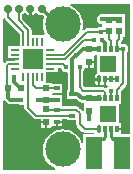
<source format=gtl>
G04*
G04 #@! TF.GenerationSoftware,Altium Limited,Altium Designer,20.1.12 (249)*
G04*
G04 Layer_Physical_Order=1*
G04 Layer_Color=1930808*
%FSLAX44Y44*%
%MOMM*%
G71*
G04*
G04 #@! TF.SameCoordinates,15848DA5-C093-47F5-B49A-54F1C2627FDF*
G04*
G04*
G04 #@! TF.FilePolarity,Positive*
G04*
G01*
G75*
%ADD11C,0.2000*%
%ADD27R,0.5080X0.3560*%
%ADD28R,0.6000X0.5000*%
%ADD29R,0.5000X0.6000*%
%ADD30R,0.6000X0.5000*%
%ADD31R,1.8000X1.8000*%
%ADD32R,0.2000X0.8000*%
%ADD33R,0.8000X0.2000*%
%ADD34R,1.4000X2.8000*%
%ADD35R,1.4600X1.4600*%
G04:AMPARAMS|DCode=36|XSize=0.6mm|YSize=0.3mm|CornerRadius=0.075mm|HoleSize=0mm|Usage=FLASHONLY|Rotation=90.000|XOffset=0mm|YOffset=0mm|HoleType=Round|Shape=RoundedRectangle|*
%AMROUNDEDRECTD36*
21,1,0.6000,0.1500,0,0,90.0*
21,1,0.4500,0.3000,0,0,90.0*
1,1,0.1500,0.0750,0.2250*
1,1,0.1500,0.0750,-0.2250*
1,1,0.1500,-0.0750,-0.2250*
1,1,0.1500,-0.0750,0.2250*
%
%ADD36ROUNDEDRECTD36*%
%ADD37R,0.3000X0.6000*%
%ADD38C,0.3000*%
%ADD39C,0.4000*%
%ADD40C,0.2500*%
%ADD41C,0.7000*%
%ADD42C,3.0000*%
%ADD43C,0.4500*%
G36*
X26500Y133091D02*
X26726Y133129D01*
X27319Y133300D01*
X27890Y133537D01*
X28431Y133836D01*
X28935Y134193D01*
X29395Y134605D01*
X29586Y134818D01*
X30375Y134962D01*
X31164Y134818D01*
X31355Y134605D01*
X31815Y134193D01*
X32319Y133836D01*
X32860Y133537D01*
X33431Y133300D01*
X34024Y133129D01*
X34633Y133026D01*
X35250Y132991D01*
X35847Y133025D01*
X37170Y131702D01*
X36893Y130967D01*
X36570Y129902D01*
X36318Y128818D01*
X36136Y127720D01*
X36027Y126612D01*
X35991Y125500D01*
X36027Y124388D01*
X36136Y123280D01*
X36318Y122182D01*
X36570Y121098D01*
X36893Y120033D01*
X37285Y118991D01*
X37745Y117977D01*
X36983Y116750D01*
X26509D01*
Y121000D01*
X26472Y121471D01*
X26362Y121930D01*
X26181Y122366D01*
X25935Y122769D01*
X25628Y123128D01*
X18759Y129996D01*
Y133891D01*
X19185Y134193D01*
X19645Y134605D01*
X19836Y134818D01*
X20625Y134962D01*
X21414Y134818D01*
X21605Y134605D01*
X22065Y134193D01*
X22569Y133836D01*
X23110Y133537D01*
X23681Y133300D01*
X24274Y133129D01*
X24500Y133091D01*
Y138500D01*
X26500D01*
Y133091D01*
D02*
G37*
G36*
X3819Y130384D02*
X4065Y129981D01*
X4372Y129622D01*
X16491Y117503D01*
Y110750D01*
X16500Y110632D01*
Y106750D01*
X6500D01*
Y96749D01*
X12500D01*
Y94760D01*
X7000D01*
X7000Y94760D01*
X6882Y94750D01*
X6500D01*
Y94715D01*
X6070Y94612D01*
X5634Y94431D01*
X5231Y94185D01*
X4872Y93878D01*
X3758Y92764D01*
X2508Y93281D01*
Y130282D01*
X3744Y130564D01*
X3819Y130384D01*
D02*
G37*
G36*
X81950Y83541D02*
X81748Y83457D01*
X81379Y83231D01*
X81049Y82950D01*
X80768Y82621D01*
X80542Y82252D01*
X80377Y81852D01*
X80275Y81431D01*
X80241Y80999D01*
Y79749D01*
X83750D01*
Y78749D01*
X84750D01*
Y73744D01*
X85250Y73749D01*
X85250Y73749D01*
X87750D01*
Y78749D01*
X89750D01*
Y73749D01*
X90584D01*
X90947Y73040D01*
X91010Y72499D01*
X90738Y72262D01*
X90516Y72008D01*
X90177Y71820D01*
X89114Y71696D01*
X88865Y71779D01*
X88616Y71931D01*
X88180Y72112D01*
X87721Y72222D01*
X87250Y72259D01*
X71497D01*
X70259Y73496D01*
Y85986D01*
X70262Y85988D01*
X70629Y86407D01*
X70939Y86870D01*
X71185Y87370D01*
X71364Y87898D01*
X71473Y88444D01*
X71493Y88750D01*
X74251D01*
Y93750D01*
X75251D01*
Y94749D01*
X79750D01*
Y98706D01*
X79851Y98915D01*
X80355Y99749D01*
X81950D01*
Y83541D01*
D02*
G37*
G36*
X51768Y88550D02*
X51775Y88444D01*
X51883Y87898D01*
X52063Y87370D01*
X52309Y86870D01*
X52618Y86407D01*
X52986Y85988D01*
X53405Y85621D01*
X53868Y85311D01*
X54367Y85065D01*
X54895Y84886D01*
X55441Y84777D01*
X55997Y84741D01*
X56190Y84754D01*
X57055Y84181D01*
X57440Y83724D01*
Y70216D01*
X56407D01*
Y62656D01*
X64134D01*
X66521Y60270D01*
X66866Y59967D01*
X67247Y59712D01*
X67659Y59509D01*
X68093Y59362D01*
X68543Y59272D01*
X69001Y59242D01*
X70731D01*
X70750Y57992D01*
X70749Y57750D01*
X70750Y56508D01*
Y52738D01*
X69993Y52326D01*
X69500Y52255D01*
X66628Y55128D01*
X66269Y55435D01*
X65866Y55681D01*
X65430Y55862D01*
X64971Y55972D01*
X64500Y56009D01*
X53548D01*
X52618Y56780D01*
Y57657D01*
X52618D01*
X52618Y58030D01*
Y65216D01*
X44925D01*
X44000Y66000D01*
Y66407D01*
X44978Y67657D01*
X52618D01*
Y75216D01*
X44000D01*
Y76000D01*
X38500D01*
Y84750D01*
X48500D01*
Y88741D01*
X51577D01*
X51768Y88550D01*
D02*
G37*
G36*
X109992Y32250D02*
X102250D01*
Y35750D01*
X98750D01*
Y37750D01*
X102250D01*
Y41750D01*
X100550D01*
Y57750D01*
X102250D01*
Y67750D01*
X102250D01*
X102006Y69000D01*
X106378Y73372D01*
X106685Y73731D01*
X106931Y74134D01*
X107112Y74570D01*
X107222Y75029D01*
X107259Y75500D01*
Y101736D01*
X107262Y101738D01*
X107629Y102157D01*
X107938Y102620D01*
X108185Y103120D01*
X108364Y103648D01*
X108473Y104194D01*
X108509Y104750D01*
X108473Y105306D01*
X108364Y105852D01*
X108185Y106380D01*
X107938Y106880D01*
X107629Y107343D01*
X107262Y107762D01*
X106843Y108129D01*
X106379Y108439D01*
X105880Y108685D01*
X105352Y108864D01*
X104806Y108973D01*
X104250Y109009D01*
X103694Y108973D01*
X103500Y108934D01*
X102484Y109518D01*
X102250Y109749D01*
X102607Y110851D01*
X102878Y111122D01*
X103184Y111481D01*
X103431Y111884D01*
X103612Y112320D01*
X103722Y112779D01*
X103759Y113250D01*
Y115000D01*
X105500D01*
Y123750D01*
X105500Y124000D01*
Y125000D01*
X105500Y125250D01*
Y134000D01*
X87000D01*
X87000Y134000D01*
X85806Y133944D01*
X85250Y133908D01*
X84704Y133799D01*
X84176Y133620D01*
X83677Y133374D01*
X83213Y133064D01*
X82794Y132697D01*
X82427Y132278D01*
X82118Y131815D01*
X81871Y131315D01*
X81692Y130788D01*
X81583Y130241D01*
X81547Y129685D01*
X81583Y129129D01*
X81692Y128583D01*
X81871Y128055D01*
X82118Y127556D01*
X82427Y127093D01*
X82794Y126674D01*
X83213Y126306D01*
X83677Y125997D01*
X84176Y125750D01*
X84704Y125571D01*
X85250Y125463D01*
X85806Y125426D01*
X86564Y125155D01*
X86570Y124325D01*
X85804Y123719D01*
X85445Y123530D01*
X85000Y123559D01*
X84444Y123523D01*
X83898Y123414D01*
X83370Y123235D01*
X82871Y122989D01*
X82407Y122679D01*
X81988Y122312D01*
X81986Y122309D01*
X73692D01*
X73221Y122272D01*
X72762Y122162D01*
X72325Y121981D01*
X71923Y121735D01*
X71564Y121428D01*
X70519Y120383D01*
X69413Y121046D01*
X69429Y121098D01*
X69682Y122182D01*
X69863Y123280D01*
X69973Y124388D01*
X70009Y125500D01*
X69973Y126612D01*
X69863Y127720D01*
X69682Y128818D01*
X69429Y129902D01*
X69106Y130967D01*
X68714Y132009D01*
X68255Y133023D01*
X67730Y134005D01*
X67142Y134950D01*
X66494Y135855D01*
X65788Y136715D01*
X65027Y137527D01*
X64215Y138288D01*
X63354Y138994D01*
X62450Y139643D01*
X61504Y140230D01*
X60523Y140755D01*
X59509Y141214D01*
X59435Y141242D01*
X59662Y142492D01*
X109992D01*
Y32250D01*
D02*
G37*
G36*
X3758Y61319D02*
X4020Y61020D01*
X6020Y59020D01*
X6365Y58717D01*
X6746Y58462D01*
X7158Y58260D01*
X7592Y58112D01*
X8042Y58022D01*
X8500Y57993D01*
X15600D01*
X15870Y57811D01*
X16370Y57565D01*
X16898Y57386D01*
X17444Y57277D01*
X18000Y57241D01*
X18556Y57277D01*
X19102Y57386D01*
X19241Y57433D01*
X20181Y56945D01*
X20491Y56596D01*
Y55000D01*
X20528Y54529D01*
X20638Y54070D01*
X20819Y53634D01*
X21065Y53231D01*
X21372Y52872D01*
X28372Y45872D01*
X28731Y45566D01*
X29134Y45319D01*
X29570Y45138D01*
X30029Y45028D01*
X30500Y44991D01*
X34250D01*
Y43500D01*
X38751D01*
Y42500D01*
X39750D01*
Y37500D01*
X43250D01*
Y38089D01*
X43538Y39220D01*
X47077D01*
Y43000D01*
X48078D01*
Y44000D01*
X52618D01*
Y44991D01*
X56407D01*
Y44220D01*
X64491D01*
Y41000D01*
X64528Y40529D01*
X64638Y40070D01*
X64819Y39634D01*
X65065Y39231D01*
X65372Y38872D01*
X69622Y34622D01*
X69981Y34316D01*
X70384Y34069D01*
X70820Y33888D01*
X71279Y33778D01*
X71750Y33741D01*
X79182D01*
X79412Y33500D01*
X79198Y32780D01*
X78660Y32250D01*
X70250D01*
Y25477D01*
X69000Y25250D01*
X68714Y26009D01*
X68255Y27023D01*
X67730Y28005D01*
X67142Y28950D01*
X66494Y29855D01*
X65788Y30715D01*
X65027Y31527D01*
X64215Y32288D01*
X63354Y32994D01*
X62450Y33643D01*
X61504Y34230D01*
X60523Y34755D01*
X59509Y35214D01*
X58467Y35607D01*
X57402Y35930D01*
X56318Y36182D01*
X55220Y36364D01*
X54112Y36473D01*
X53000Y36509D01*
X51887Y36473D01*
X50780Y36364D01*
X49682Y36182D01*
X48597Y35930D01*
X47532Y35607D01*
X46491Y35214D01*
X45477Y34755D01*
X44495Y34230D01*
X43550Y33643D01*
X42645Y32994D01*
X41785Y32288D01*
X40972Y31527D01*
X40212Y30715D01*
X39506Y29855D01*
X38857Y28950D01*
X38270Y28005D01*
X37745Y27023D01*
X37285Y26009D01*
X36893Y24967D01*
X36570Y23902D01*
X36318Y22818D01*
X36136Y21720D01*
X36027Y20612D01*
X35991Y19500D01*
X36027Y18388D01*
X36136Y17280D01*
X36318Y16182D01*
X36570Y15098D01*
X36893Y14033D01*
X37285Y12991D01*
X37745Y11977D01*
X38270Y10996D01*
X38857Y10050D01*
X39506Y9146D01*
X40212Y8285D01*
X40972Y7473D01*
X41785Y6712D01*
X42645Y6006D01*
X43550Y5357D01*
X44495Y4770D01*
X45477Y4245D01*
X46491Y3786D01*
X46565Y3758D01*
X46337Y2508D01*
X2508D01*
Y60925D01*
X3596Y61321D01*
X3758Y61319D01*
D02*
G37*
%LPC*%
G36*
X79750Y92750D02*
X76251D01*
Y88750D01*
X79750D01*
Y92750D01*
D02*
G37*
G36*
X82750Y77749D02*
X80241D01*
Y76499D01*
X80275Y76068D01*
X80377Y75647D01*
X80542Y75247D01*
X80768Y74878D01*
X81049Y74549D01*
X81379Y74268D01*
X81748Y74042D01*
X82148Y73876D01*
X82569Y73775D01*
X82750Y73760D01*
Y77749D01*
D02*
G37*
G36*
X52618Y42000D02*
X49078D01*
Y39220D01*
X52618D01*
Y42000D01*
D02*
G37*
G36*
X37750Y41500D02*
X34250D01*
Y37500D01*
X37750D01*
Y41500D01*
D02*
G37*
%LPD*%
D11*
X6500Y131750D02*
Y138500D01*
X93750Y69250D02*
Y70500D01*
Y62750D02*
Y69250D01*
X85000Y119500D02*
X92000D01*
X55574Y89000D02*
X55997D01*
X52824Y91750D02*
X55574Y89000D01*
X42500Y91750D02*
X52824D01*
X67250Y72250D02*
Y89000D01*
X70250Y69250D02*
X87250D01*
X67250Y72250D02*
X70250Y69250D01*
X87250D02*
X88750Y67750D01*
Y62750D02*
Y67750D01*
X71167Y112250D02*
X79450D01*
X54667Y95750D02*
X71167Y112250D01*
X42500Y95750D02*
X54667D01*
X73692Y119300D02*
X85000D01*
X54141Y99750D02*
X73692Y119300D01*
X42500Y99750D02*
X54141D01*
X6000Y96922D02*
Y111250D01*
X93750Y78749D02*
X98750D01*
X88750D02*
X93750D01*
X7172Y95750D02*
X12500D01*
X6000Y96922D02*
X7172Y95750D01*
X5500Y90250D02*
X7000Y91750D01*
X12500D01*
X5500Y72250D02*
Y90250D01*
X23500Y55000D02*
Y80750D01*
X30500Y48000D02*
X60947D01*
X23500Y55000D02*
X30500Y48000D01*
X15750Y128750D02*
Y138500D01*
X23500Y110750D02*
Y121000D01*
X15750Y128750D02*
X23500Y121000D01*
X6500Y131750D02*
X19500Y118750D01*
Y110750D02*
Y118750D01*
X92000Y113000D02*
X93750Y111250D01*
Y104749D02*
Y111250D01*
X92000Y113000D02*
Y119500D01*
X98750Y62750D02*
Y70000D01*
X104250Y75500D02*
Y104750D01*
X98750Y70000D02*
X104250Y75500D01*
X98750Y104749D02*
X98751Y104750D01*
X104250D01*
X100500Y119500D02*
X100750Y119250D01*
Y113250D02*
Y119250D01*
X98750Y104749D02*
Y111250D01*
X100750Y113250D01*
X60947Y48000D02*
X60947Y48000D01*
X27500Y74500D02*
Y80750D01*
Y74500D02*
X30500Y71500D01*
X39000D01*
X48046Y71468D02*
X48078Y71437D01*
X39032Y71468D02*
X48046D01*
X39000Y71500D02*
X39032Y71468D01*
X39249Y53000D02*
X48078D01*
X38749Y53500D02*
X39249Y53000D01*
X48078D02*
X64500D01*
X67500Y50000D01*
Y41000D02*
X71750Y36750D01*
X67500Y41000D02*
Y50000D01*
X71750Y36750D02*
X83750D01*
D27*
X60947Y48000D02*
D03*
X48078Y43000D02*
D03*
Y53000D02*
D03*
X60947Y66437D02*
D03*
X48078Y61437D02*
D03*
Y71437D02*
D03*
D28*
X17250Y71501D02*
D03*
X6250Y71500D02*
D03*
D29*
X38750Y42500D02*
D03*
X38749Y53500D02*
D03*
X75251Y51750D02*
D03*
X75250Y62750D02*
D03*
Y104749D02*
D03*
X75251Y93750D02*
D03*
D30*
X39000Y61500D02*
D03*
Y71500D02*
D03*
X100500Y119500D02*
D03*
Y129500D02*
D03*
X92000Y119500D02*
D03*
Y129500D02*
D03*
D31*
X27500Y95750D02*
D03*
D32*
X19500Y110750D02*
D03*
X23500D02*
D03*
X27500D02*
D03*
X31500D02*
D03*
X35500D02*
D03*
Y80750D02*
D03*
X31500D02*
D03*
X27500D02*
D03*
X23500D02*
D03*
X19500D02*
D03*
D33*
X42500Y103750D02*
D03*
Y99750D02*
D03*
Y95750D02*
D03*
Y91750D02*
D03*
Y87750D02*
D03*
X12500D02*
D03*
Y91750D02*
D03*
Y95750D02*
D03*
Y99750D02*
D03*
Y103750D02*
D03*
D34*
X103250Y16250D02*
D03*
X79250D02*
D03*
D35*
X91250Y49750D02*
D03*
Y91749D02*
D03*
D36*
X83750Y36750D02*
D03*
Y78749D02*
D03*
D37*
X88750Y36750D02*
D03*
X93750D02*
D03*
X98750D02*
D03*
Y62750D02*
D03*
X93750D02*
D03*
X88750D02*
D03*
X83750D02*
D03*
X88750Y78749D02*
D03*
X93750D02*
D03*
X98750D02*
D03*
Y104749D02*
D03*
X93750D02*
D03*
X88750D02*
D03*
X83750D02*
D03*
D38*
X35250Y138500D02*
X36332D01*
Y137500D02*
X49332Y124500D01*
Y125500D02*
X53000D01*
X85899Y129592D02*
X100407D01*
X64285Y99057D02*
X69978Y104749D01*
X60947Y95737D02*
X64572Y99362D01*
X60947Y66437D02*
Y95737D01*
X64362Y99362D02*
X64572D01*
X100407Y129592D02*
X100500Y129500D01*
X85806Y129685D02*
X85899Y129592D01*
X16750Y71501D02*
X17250D01*
X12000Y76250D02*
X16750Y71501D01*
X12000Y76250D02*
Y80500D01*
X32032Y61468D02*
X48046D01*
X6250Y71500D02*
X6500Y71250D01*
X5500Y72250D02*
X6250Y71500D01*
X6500Y63500D02*
Y71250D01*
Y63500D02*
X8500Y61500D01*
X18000D01*
X47834Y24666D02*
X53000Y19500D01*
X75250Y104749D02*
X83750D01*
X69978D02*
X75250D01*
X88750Y104749D02*
Y110000D01*
X86250Y112500D02*
X88750Y110000D01*
X60947Y66437D02*
X65314D01*
X69001Y62750D02*
X75250D01*
X65314Y66437D02*
X69001Y62750D01*
X48046Y61468D02*
X48078Y61437D01*
X32000Y61500D02*
X32032Y61468D01*
X83750Y104749D02*
Y104749D01*
X75251Y45251D02*
Y51750D01*
X75250Y45250D02*
X75251Y45251D01*
D39*
X75250Y62750D02*
X83250D01*
X75250Y62750D02*
X75250Y62750D01*
D40*
X93750Y30250D02*
Y36750D01*
Y30250D02*
X95215Y28786D01*
X97500D01*
X103250Y23036D01*
Y16250D02*
Y23036D01*
X88750Y30250D02*
Y36750D01*
X87285Y28786D02*
X88750Y30250D01*
X85000Y28786D02*
X87285D01*
X79250Y23036D02*
X85000Y28786D01*
X79250Y16250D02*
Y23036D01*
D41*
X6500Y138500D02*
D03*
X15750D02*
D03*
X25500D02*
D03*
X35250D02*
D03*
D42*
X53000Y125500D02*
D03*
Y19500D02*
D03*
D43*
X30250Y120250D02*
D03*
X27250Y126000D02*
D03*
X33000D02*
D03*
X84500Y139500D02*
D03*
X77875D02*
D03*
X71250D02*
D03*
X68750Y55750D02*
D03*
X55997Y89000D02*
D03*
X67250D02*
D03*
X76000Y75250D02*
D03*
Y83500D02*
D03*
X64572Y99362D02*
D03*
X5750Y122250D02*
D03*
Y116000D02*
D03*
Y109750D02*
D03*
X106250Y49500D02*
D03*
Y43250D02*
D03*
Y37000D02*
D03*
X17750Y39750D02*
D03*
Y46000D02*
D03*
Y52250D02*
D03*
X85806Y129685D02*
D03*
X85000Y119300D02*
D03*
X79450Y112250D02*
D03*
X12000Y80500D02*
D03*
X18000Y61500D02*
D03*
X86250Y112500D02*
D03*
X93750Y69250D02*
D03*
X104250Y104750D02*
D03*
X32000Y61500D02*
D03*
X75250Y45250D02*
D03*
M02*

</source>
